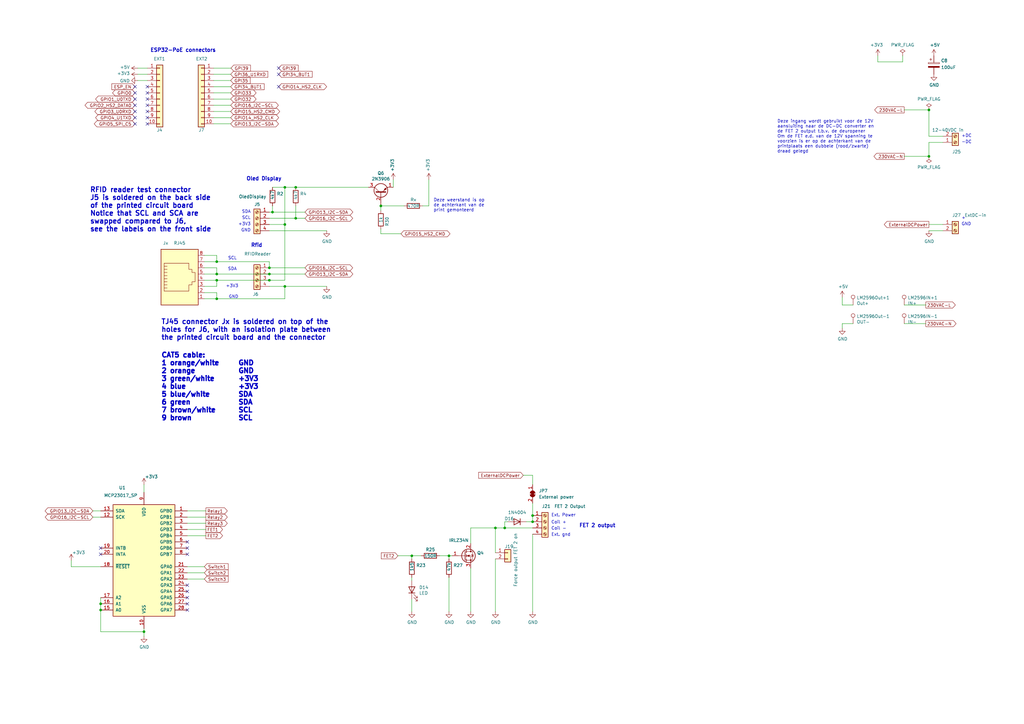
<source format=kicad_sch>
(kicad_sch (version 20230121) (generator eeschema)
  (paper "A3")
  (title_block (title "Node Voordeur") (date "2023-11-04") (rev "V0.9") (company "MakerSpace Leiden") (comment 1 "Getekend door: Hans Beerman"))
  (lib_symbols
    (symbol "Connector:RJ45" (pin_names (offset 1.016))
      (property "Reference" "J" (at -5.08 13.97 0))
      (property "Value" "RJ45" (at 2.54 13.97 0))
      (symbol "RJ45_0_1"
        (polyline (pts (xy -5.08 4.445) (xy -6.35 4.445)))
        (polyline (pts (xy -5.08 5.715) (xy -6.35 5.715)))
        (polyline (pts (xy -6.35 -3.175) (xy -5.08 -3.175) (xy -5.08 -3.175)))
        (polyline (pts (xy -6.35 -1.905) (xy -5.08 -1.905) (xy -5.08 -1.905)))
        (polyline (pts (xy -6.35 -0.635) (xy -5.08 -0.635) (xy -5.08 -0.635)))
        (polyline (pts (xy -6.35 0.635) (xy -5.08 0.635) (xy -5.08 0.635)))
        (polyline (pts (xy -6.35 1.905) (xy -5.08 1.905) (xy -5.08 1.905)))
        (polyline (pts (xy -5.08 3.175) (xy -6.35 3.175) (xy -6.35 3.175)))
        (polyline (pts (xy -6.35 -4.445) (xy -6.35 6.985) (xy 3.81 6.985) (xy 3.81 4.445) (xy 5.08 4.445) (xy 5.08 3.175) (xy 6.35 3.175) (xy 6.35 -0.635) (xy 5.08 -0.635) (xy 5.08 -1.905) (xy 3.81 -1.905) (xy 3.81 -4.445) (xy -6.35 -4.445) (xy -6.35 -4.445)))
        (rectangle (start 7.62 12.7) (end -7.62 -10.16) (stroke (width 0.254)) (fill (type background)))
      )
      (symbol "RJ45_1_1"
        (pin passive line (at 10.16 -7.62 180) (length 2.54) (name "~") (number "1"))
        (pin passive line (at 10.16 -5.08 180) (length 2.54) (name "~") (number "2"))
        (pin passive line (at 10.16 -2.54 180) (length 2.54) (name "~") (number "3"))
        (pin passive line (at 10.16 0 180) (length 2.54) (name "~") (number "4"))
        (pin passive line (at 10.16 2.54 180) (length 2.54) (name "~") (number "5"))
        (pin passive line (at 10.16 5.08 180) (length 2.54) (name "~") (number "6"))
        (pin passive line (at 10.16 7.62 180) (length 2.54) (name "~") (number "7"))
        (pin passive line (at 10.16 10.16 180) (length 2.54) (name "~") (number "8"))
      )
    )
    (symbol "Connector:Screw_Terminal_01x02" (pin_names (offset 1.016) hide)
      (property "Reference" "J" (at 0 2.54 0))
      (property "Value" "Screw_Terminal_01x02" (at 0 -5.08 0))
      (symbol "Screw_Terminal_01x02_1_1"
        (rectangle (start -1.27 1.27) (end 1.27 -3.81) (stroke (width 0.254)) (fill (type background)))
        (circle (center 0 -2.54) (radius 0.635) (stroke (width 0.1524)))
        (polyline (pts (xy -0.5334 -2.2098) (xy 0.3302 -3.048)) (stroke (width 0.1524)))
        (polyline (pts (xy -0.5334 0.3302) (xy 0.3302 -0.508)) (stroke (width 0.1524)))
        (polyline (pts (xy -0.3556 -2.032) (xy 0.508 -2.8702)) (stroke (width 0.1524)))
        (polyline (pts (xy -0.3556 0.508) (xy 0.508 -0.3302)) (stroke (width 0.1524)))
        (circle (center 0 0) (radius 0.635) (stroke (width 0.1524)))
        (pin passive line (at -5.08 0 0) (length 3.81) (name "Pin_1") (number "1"))
        (pin passive line (at -5.08 -2.54 0) (length 3.81) (name "Pin_2") (number "2"))
      )
    )
    (symbol "Connector:Screw_Terminal_01x04" (pin_names (offset 1.016) hide)
      (property "Reference" "J" (at 0 5.08 0))
      (property "Value" "Screw_Terminal_01x04" (at 0 -7.62 0))
      (symbol "Screw_Terminal_01x04_1_1"
        (rectangle (start -1.27 3.81) (end 1.27 -6.35) (stroke (width 0.254)) (fill (type background)))
        (circle (center 0 -5.08) (radius 0.635) (stroke (width 0.1524)))
        (circle (center 0 -2.54) (radius 0.635) (stroke (width 0.1524)))
        (polyline (pts (xy -0.5334 -4.7498) (xy 0.3302 -5.588)) (stroke (width 0.1524)))
        (polyline (pts (xy -0.5334 -2.2098) (xy 0.3302 -3.048)) (stroke (width 0.1524)))
        (polyline (pts (xy -0.5334 0.3302) (xy 0.3302 -0.508)) (stroke (width 0.1524)))
        (polyline (pts (xy -0.5334 2.8702) (xy 0.3302 2.032)) (stroke (width 0.1524)))
        (polyline (pts (xy -0.3556 -4.572) (xy 0.508 -5.4102)) (stroke (width 0.1524)))
        (polyline (pts (xy -0.3556 -2.032) (xy 0.508 -2.8702)) (stroke (width 0.1524)))
        (polyline (pts (xy -0.3556 0.508) (xy 0.508 -0.3302)) (stroke (width 0.1524)))
        (polyline (pts (xy -0.3556 3.048) (xy 0.508 2.2098)) (stroke (width 0.1524)))
        (circle (center 0 0) (radius 0.635) (stroke (width 0.1524)))
        (circle (center 0 2.54) (radius 0.635) (stroke (width 0.1524)))
        (pin passive line (at -5.08 2.54 0) (length 3.81) (name "Pin_1") (number "1"))
        (pin passive line (at -5.08 0 0) (length 3.81) (name "Pin_2") (number "2"))
        (pin passive line (at -5.08 -2.54 0) (length 3.81) (name "Pin_3") (number "3"))
        (pin passive line (at -5.08 -5.08 0) (length 3.81) (name "Pin_4") (number "4"))
      )
    )
    (symbol "Connector:TestPoint" (pin_numbers hide) (pin_names (offset 0.762) hide)
      (property "Reference" "TP" (at 0 6.858 0))
      (property "Value" "TestPoint" (at 0 5.08 0))
      (symbol "TestPoint_0_1"
        (circle (center 0 3.302) (radius 0.762))
      )
      (symbol "TestPoint_1_1"
        (pin passive line (at 0 0 90) (length 2.54) (name "1") (number "1"))
      )
    )
    (symbol "Connector_Generic:Conn_01x02" (pin_names (offset 1.016) hide)
      (property "Reference" "J" (at 0 2.54 0))
      (property "Value" "Conn_01x02" (at 0 -5.08 0))
      (symbol "Conn_01x02_1_1"
        (rectangle (start -1.27 -2.413) (end 0 -2.667) (stroke (width 0.1524)))
        (rectangle (start -1.27 0.127) (end 0 -0.127) (stroke (width 0.1524)))
        (rectangle (start -1.27 1.27) (end 1.27 -3.81) (stroke (width 0.254)) (fill (type background)))
        (pin passive line (at -5.08 0 0) (length 3.81) (name "Pin_1") (number "1"))
        (pin passive line (at -5.08 -2.54 0) (length 3.81) (name "Pin_2") (number "2"))
      )
    )
    (symbol "Connector_Generic:Conn_01x10" (pin_names (offset 1.016) hide)
      (property "Reference" "J" (at 0 12.7 0))
      (property "Value" "Conn_01x10" (at 0 -15.24 0))
      (symbol "Conn_01x10_1_1"
        (rectangle (start -1.27 -12.573) (end 0 -12.827) (stroke (width 0.1524)))
        (rectangle (start -1.27 -10.033) (end 0 -10.287) (stroke (width 0.1524)))
        (rectangle (start -1.27 -7.493) (end 0 -7.747) (stroke (width 0.1524)))
        (rectangle (start -1.27 -4.953) (end 0 -5.207) (stroke (width 0.1524)))
        (rectangle (start -1.27 -2.413) (end 0 -2.667) (stroke (width 0.1524)))
        (rectangle (start -1.27 0.127) (end 0 -0.127) (stroke (width 0.1524)))
        (rectangle (start -1.27 2.667) (end 0 2.413) (stroke (width 0.1524)))
        (rectangle (start -1.27 5.207) (end 0 4.953) (stroke (width 0.1524)))
        (rectangle (start -1.27 7.747) (end 0 7.493) (stroke (width 0.1524)))
        (rectangle (start -1.27 10.287) (end 0 10.033) (stroke (width 0.1524)))
        (rectangle (start -1.27 11.43) (end 1.27 -13.97) (stroke (width 0.254)) (fill (type background)))
        (pin passive line (at -5.08 10.16 0) (length 3.81) (name "Pin_1") (number "1"))
        (pin passive line (at -5.08 -12.7 0) (length 3.81) (name "Pin_10") (number "10"))
        (pin passive line (at -5.08 7.62 0) (length 3.81) (name "Pin_2") (number "2"))
        (pin passive line (at -5.08 5.08 0) (length 3.81) (name "Pin_3") (number "3"))
        (pin passive line (at -5.08 2.54 0) (length 3.81) (name "Pin_4") (number "4"))
        (pin passive line (at -5.08 0 0) (length 3.81) (name "Pin_5") (number "5"))
        (pin passive line (at -5.08 -2.54 0) (length 3.81) (name "Pin_6") (number "6"))
        (pin passive line (at -5.08 -5.08 0) (length 3.81) (name "Pin_7") (number "7"))
        (pin passive line (at -5.08 -7.62 0) (length 3.81) (name "Pin_8") (number "8"))
        (pin passive line (at -5.08 -10.16 0) (length 3.81) (name "Pin_9") (number "9"))
      )
    )
    (symbol "Device:C_Polarized" (pin_numbers hide) (pin_names (offset 0.254))
      (property "Reference" "C" (at 0.635 2.54 0))
      (property "Value" "C_Polarized" (at 0.635 -2.54 0))
      (symbol "C_Polarized_0_1"
        (rectangle (start -2.286 0.508) (end 2.286 1.016))
        (polyline (pts (xy -1.778 2.286) (xy -0.762 2.286)))
        (polyline (pts (xy -1.27 2.794) (xy -1.27 1.778)))
        (rectangle (start 2.286 -0.508) (end -2.286 -1.016) (fill (type outline)))
      )
      (symbol "C_Polarized_1_1"
        (pin passive line (at 0 3.81 270) (length 2.794) (name "~") (number "1"))
        (pin passive line (at 0 -3.81 90) (length 2.794) (name "~") (number "2"))
      )
    )
    (symbol "Device:LED" (pin_numbers hide) (pin_names (offset 1.016) hide)
      (property "Reference" "D" (at 0 2.54 0))
      (property "Value" "LED" (at 0 -2.54 0))
      (symbol "LED_0_1"
        (polyline (pts (xy -1.27 -1.27) (xy -1.27 1.27)) (stroke (width 0.254)))
        (polyline (pts (xy -1.27 0) (xy 1.27 0)))
        (polyline (pts (xy 1.27 -1.27) (xy 1.27 1.27) (xy -1.27 0) (xy 1.27 -1.27)) (stroke (width 0.254)))
        (polyline (pts (xy -3.048 -0.762) (xy -4.572 -2.286) (xy -3.81 -2.286) (xy -4.572 -2.286) (xy -4.572 -1.524)))
        (polyline (pts (xy -1.778 -0.762) (xy -3.302 -2.286) (xy -2.54 -2.286) (xy -3.302 -2.286) (xy -3.302 -1.524)))
      )
      (symbol "LED_1_1"
        (pin passive line (at -3.81 0 0) (length 2.54) (name "K") (number "1"))
        (pin passive line (at 3.81 0 180) (length 2.54) (name "A") (number "2"))
      )
    )
    (symbol "Device:R" (pin_numbers hide) (pin_names (offset 0))
      (property "Reference" "R" (at 2.032 0 90))
      (property "Value" "R" (at 0 0 90))
      (symbol "R_0_1"
        (rectangle (start -1.016 -2.54) (end 1.016 2.54) (stroke (width 0.254)))
      )
      (symbol "R_1_1"
        (pin passive line (at 0 3.81 270) (length 1.27) (name "~") (number "1"))
        (pin passive line (at 0 -3.81 90) (length 1.27) (name "~") (number "2"))
      )
    )
    (symbol "Diode:1N4004" (pin_numbers hide) (pin_names (offset 1.016) hide)
      (property "Reference" "D" (at 0 2.54 0))
      (property "Value" "1N4004" (at 0 -2.54 0))
      (symbol "1N4004_0_1"
        (polyline (pts (xy -1.27 1.27) (xy -1.27 -1.27)) (stroke (width 0.254)))
        (polyline (pts (xy 1.27 0) (xy -1.27 0)))
        (polyline (pts (xy 1.27 1.27) (xy 1.27 -1.27) (xy -1.27 0) (xy 1.27 1.27)) (stroke (width 0.254)))
      )
      (symbol "1N4004_1_1"
        (pin passive line (at -3.81 0 0) (length 2.54) (name "K") (number "1"))
        (pin passive line (at 3.81 0 180) (length 2.54) (name "A") (number "2"))
      )
    )
    (symbol "Interface_Expansion:MCP23017_SP" (pin_names (offset 1.016))
      (property "Reference" "U" (at -11.43 24.13 0))
      (property "Value" "MCP23017_SP" (at 0 0 0))
      (symbol "MCP23017_SP_0_1"
        (rectangle (start -12.7 22.86) (end 12.7 -22.86) (stroke (width 0.254)) (fill (type background)))
      )
      (symbol "MCP23017_SP_1_1"
        (pin bidirectional line (at 17.78 20.32 180) (length 5.08) (name "GPB0") (number "1"))
        (pin power_in line (at 0 -27.94 90) (length 5.08) (name "VSS") (number "10"))
        (pin no_connect line (at -12.7 15.24 0) (length 5.08) hide (name "NC") (number "11"))
        (pin input line (at -17.78 17.78 0) (length 5.08) (name "SCK") (number "12"))
        (pin bidirectional line (at -17.78 20.32 0) (length 5.08) (name "SDA") (number "13"))
        (pin no_connect line (at -12.7 12.7 0) (length 5.08) hide (name "NC") (number "14"))
        (pin input line (at -17.78 -20.32 0) (length 5.08) (name "A0") (number "15"))
        (pin input line (at -17.78 -17.78 0) (length 5.08) (name "A1") (number "16"))
        (pin input line (at -17.78 -15.24 0) (length 5.08) (name "A2") (number "17"))
        (pin input line (at -17.78 -2.54 0) (length 5.08) (name "~{RESET}") (number "18"))
        (pin tri_state line (at -17.78 5.08 0) (length 5.08) (name "INTB") (number "19"))
        (pin bidirectional line (at 17.78 17.78 180) (length 5.08) (name "GPB1") (number "2"))
        (pin tri_state line (at -17.78 2.54 0) (length 5.08) (name "INTA") (number "20"))
        (pin bidirectional line (at 17.78 -2.54 180) (length 5.08) (name "GPA0") (number "21"))
        (pin bidirectional line (at 17.78 -5.08 180) (length 5.08) (name "GPA1") (number "22"))
        (pin bidirectional line (at 17.78 -7.62 180) (length 5.08) (name "GPA2") (number "23"))
        (pin bidirectional line (at 17.78 -10.16 180) (length 5.08) (name "GPA3") (number "24"))
        (pin bidirectional line (at 17.78 -12.7 180) (length 5.08) (name "GPA4") (number "25"))
        (pin bidirectional line (at 17.78 -15.24 180) (length 5.08) (name "GPA5") (number "26"))
        (pin bidirectional line (at 17.78 -17.78 180) (length 5.08) (name "GPA6") (number "27"))
        (pin bidirectional line (at 17.78 -20.32 180) (length 5.08) (name "GPA7") (number "28"))
        (pin bidirectional line (at 17.78 15.24 180) (length 5.08) (name "GPB2") (number "3"))
        (pin bidirectional line (at 17.78 12.7 180) (length 5.08) (name "GPB3") (number "4"))
        (pin bidirectional line (at 17.78 10.16 180) (length 5.08) (name "GPB4") (number "5"))
        (pin bidirectional line (at 17.78 7.62 180) (length 5.08) (name "GPB5") (number "6"))
        (pin bidirectional line (at 17.78 5.08 180) (length 5.08) (name "GPB6") (number "7"))
        (pin bidirectional line (at 17.78 2.54 180) (length 5.08) (name "GPB7") (number "8"))
        (pin power_in line (at 0 27.94 270) (length 5.08) (name "VDD") (number "9"))
      )
    )
    (symbol "Jumper:SolderJumper_2_Bridged" (pin_names (offset 0) hide)
      (property "Reference" "JP" (at 0 2.032 0))
      (property "Value" "SolderJumper_2_Bridged" (at 0 -2.54 0))
      (symbol "SolderJumper_2_Bridged_0_1"
        (rectangle (start -0.508 0.508) (end 0.508 -0.508) (fill (type outline)))
        (arc (start -0.254 1.016) (mid -1.2656 0) (end -0.254 -1.016))
        (arc (start -0.254 1.016) (mid -1.2656 0) (end -0.254 -1.016) (fill (type outline)))
        (polyline (pts (xy -0.254 1.016) (xy -0.254 -1.016)))
        (polyline (pts (xy 0.254 1.016) (xy 0.254 -1.016)))
        (arc (start 0.254 -1.016) (mid 1.2656 0) (end 0.254 1.016))
        (arc (start 0.254 -1.016) (mid 1.2656 0) (end 0.254 1.016) (fill (type outline)))
      )
      (symbol "SolderJumper_2_Bridged_1_1"
        (pin passive line (at -3.81 0 0) (length 2.54) (name "A") (number "1"))
        (pin passive line (at 3.81 0 180) (length 2.54) (name "B") (number "2"))
      )
    )
    (symbol "Transistor_BJT:2N3906" (pin_names (offset 0) hide)
      (property "Reference" "Q" (at 5.08 1.905 0))
      (property "Value" "2N3906" (at 5.08 0 0))
      (symbol "2N3906_0_1"
        (polyline (pts (xy 0.635 0.635) (xy 2.54 2.54)))
        (polyline (pts (xy 0.635 -0.635) (xy 2.54 -2.54) (xy 2.54 -2.54)))
        (polyline (pts (xy 0.635 1.905) (xy 0.635 -1.905) (xy 0.635 -1.905)) (stroke (width 0.508)))
        (polyline (pts (xy 2.286 -1.778) (xy 1.778 -2.286) (xy 1.27 -1.27) (xy 2.286 -1.778) (xy 2.286 -1.778)) (fill (type outline)))
        (circle (center 1.27 0) (radius 2.8194) (stroke (width 0.254)))
      )
      (symbol "2N3906_1_1"
        (pin passive line (at 2.54 -5.08 90) (length 2.54) (name "E") (number "1"))
        (pin input line (at -5.08 0 0) (length 5.715) (name "B") (number "2"))
        (pin passive line (at 2.54 5.08 270) (length 2.54) (name "C") (number "3"))
      )
    )
    (symbol "Transistor_FET:IRLZ34N" (pin_names hide)
      (property "Reference" "Q" (at 6.35 1.905 0))
      (property "Value" "IRLZ34N" (at 6.35 0 0))
      (symbol "IRLZ34N_0_1"
        (polyline (pts (xy 0.254 0) (xy -2.54 0)))
        (polyline (pts (xy 0.254 1.905) (xy 0.254 -1.905)) (stroke (width 0.254)))
        (polyline (pts (xy 0.762 -1.27) (xy 0.762 -2.286)) (stroke (width 0.254)))
        (polyline (pts (xy 0.762 0.508) (xy 0.762 -0.508)) (stroke (width 0.254)))
        (polyline (pts (xy 0.762 2.286) (xy 0.762 1.27)) (stroke (width 0.254)))
        (polyline (pts (xy 2.54 2.54) (xy 2.54 1.778)))
        (polyline (pts (xy 2.54 -2.54) (xy 2.54 0) (xy 0.762 0)))
        (polyline (pts (xy 0.762 -1.778) (xy 3.302 -1.778) (xy 3.302 1.778) (xy 0.762 1.778)))
        (polyline (pts (xy 1.016 0) (xy 2.032 0.381) (xy 2.032 -0.381) (xy 1.016 0)) (fill (type outline)))
        (polyline (pts (xy 2.794 0.508) (xy 2.921 0.381) (xy 3.683 0.381) (xy 3.81 0.254)))
        (polyline (pts (xy 3.302 0.381) (xy 2.921 -0.254) (xy 3.683 -0.254) (xy 3.302 0.381)))
        (circle (center 1.651 0) (radius 2.794) (stroke (width 0.254)))
        (circle (center 2.54 -1.778) (radius 0.254) (fill (type outline)))
        (circle (center 2.54 1.778) (radius 0.254) (fill (type outline)))
      )
      (symbol "IRLZ34N_1_1"
        (pin input line (at -5.08 0 0) (length 2.54) (name "G") (number "1"))
        (pin passive line (at 2.54 5.08 270) (length 2.54) (name "D") (number "2"))
        (pin passive line (at 2.54 -5.08 90) (length 2.54) (name "S") (number "3"))
      )
    )
    (symbol "power:+3.3V" (power) (pin_names (offset 0))
      (property "Value" "+3.3V" (at 0 3.556 0))
      (symbol "+3.3V_0_1"
        (polyline (pts (xy -0.762 1.27) (xy 0 2.54)))
        (polyline (pts (xy 0 0) (xy 0 2.54)))
        (polyline (pts (xy 0 2.54) (xy 0.762 1.27)))
      )
      (symbol "+3.3V_1_1"
        (pin power_in line (at 0 0 90) (length 0) hide (name "+3V3") (number "1"))
      )
    )
    (symbol "power:+5V" (power) (pin_names (offset 0))
      (property "Value" "+5V" (at 0 3.556 0))
      (symbol "+5V_0_1"
        (polyline (pts (xy -0.762 1.27) (xy 0 2.54)))
        (polyline (pts (xy 0 0) (xy 0 2.54)))
        (polyline (pts (xy 0 2.54) (xy 0.762 1.27)))
      )
      (symbol "+5V_1_1"
        (pin power_in line (at 0 0 90) (length 0) hide (name "+5V") (number "1"))
      )
    )
    (symbol "power:GND" (power) (pin_names (offset 0))
      (property "Value" "GND" (at 0 -3.81 0))
      (symbol "GND_0_1"
        (polyline (pts (xy 0 0) (xy 0 -1.27) (xy 1.27 -1.27) (xy 0 -2.54) (xy -1.27 -1.27) (xy 0 -1.27)))
      )
      (symbol "GND_1_1"
        (pin power_in line (at 0 0 270) (length 0) hide (name "GND") (number "1"))
      )
    )
    (symbol "power:PWR_FLAG" (power) (pin_numbers hide) (pin_names (offset 0) hide)
      (property "Value" "PWR_FLAG" (at 0 3.81 0))
      (symbol "PWR_FLAG_0_0"
        (pin power_out line (at 0 0 90) (length 0) (name "pwr") (number "1"))
      )
      (symbol "PWR_FLAG_0_1"
        (polyline (pts (xy 0 0) (xy 0 1.27) (xy -1.016 1.905) (xy 0 2.54) (xy 1.016 1.905) (xy 0 1.27)))
      )
    )
  )
  (junction (at 156.21 84.455))
  (junction (at 207.01 216.535))
  (junction (at 203.2 216.535))
  (junction (at 111.76 86.995))
  (junction (at 41.275 247.65))
  (junction (at 218.44 211.455))
  (junction (at 184.15 227.965))
  (junction (at 88.9 112.395))
  (junction (at 116.84 117.475))
  (junction (at 218.44 213.995))
  (junction (at 110.49 109.855))
  (junction (at 116.84 92.075))
  (junction (at 41.275 250.19))
  (junction (at 88.9 114.935))
  (junction (at 116.84 76.835))
  (junction (at 59.055 259.08))
  (junction (at 110.49 112.395))
  (junction (at 381 64.135))
  (junction (at 121.285 89.535))
  (junction (at 168.91 227.965))
  (junction (at 381 45.085))
  (junction (at 121.285 76.835))
  (junction (at 88.9 122.555))
  (junction (at 88.9 107.315))
  (junction (at 110.49 114.935))
  (no_connect (at 55.372 50.8))
  (no_connect (at 55.372 48.26))
  (no_connect (at 60.452 48.26))
  (no_connect (at 60.452 50.8))
  (no_connect (at 41.275 224.79))
  (no_connect (at 76.835 247.65))
  (no_connect (at 55.372 40.64))
  (no_connect (at 55.372 35.56))
  (no_connect (at 60.452 35.56))
  (no_connect (at 55.372 43.18))
  (no_connect (at 60.452 43.18))
  (no_connect (at 76.835 227.33))
  (no_connect (at 76.835 224.79))
  (no_connect (at 60.452 38.1))
  (no_connect (at 76.835 222.25))
  (no_connect (at 41.275 227.33))
  (no_connect (at 114.3 27.94))
  (no_connect (at 76.835 242.57))
  (no_connect (at 55.372 38.1))
  (no_connect (at 76.835 240.03))
  (no_connect (at 60.452 45.72))
  (no_connect (at 55.372 45.72))
  (no_connect (at 114.3 35.56))
  (no_connect (at 60.452 40.64))
  (no_connect (at 76.835 245.11))
  (no_connect (at 76.835 250.19))
  (no_connect (at 114.3 30.48))
  (wire (pts (xy 87.63 27.94) (xy 94.742 27.94)))
  (wire (pts (xy 203.2 229.235) (xy 203.2 250.825)))
  (wire (pts (xy 360.045 25.4) (xy 370.205 25.4)))
  (wire (pts (xy 168.91 238.125) (xy 168.91 236.855)))
  (wire (pts (xy 83.82 104.775) (xy 88.9 104.775)))
  (wire (pts (xy 88.9 122.555) (xy 116.84 122.555)))
  (wire (pts (xy 203.2 226.695) (xy 203.2 216.535)))
  (wire (pts (xy 184.15 229.235) (xy 184.15 227.965)))
  (wire (pts (xy 76.835 212.09) (xy 84.455 212.09)))
  (wire (pts (xy 156.21 95.885) (xy 164.465 95.885)))
  (wire (pts (xy 193.04 216.535) (xy 203.2 216.535)))
  (wire (pts (xy 168.91 227.965) (xy 172.72 227.965)))
  (wire (pts (xy 87.63 35.56) (xy 94.615 35.56)))
  (wire (pts (xy 76.835 209.55) (xy 84.455 209.55)))
  (wire (pts (xy 56.515 30.48) (xy 60.452 30.48)))
  (wire (pts (xy 38.1 209.55) (xy 41.275 209.55)))
  (wire (pts (xy 87.63 48.26) (xy 94.615 48.26)))
  (wire (pts (xy 175.895 84.455) (xy 173.355 84.455)))
  (wire (pts (xy 110.49 86.995) (xy 111.76 86.995)))
  (wire (pts (xy 214.63 194.945) (xy 218.44 194.945)))
  (wire (pts (xy 87.63 43.18) (xy 94.615 43.18)))
  (wire (pts (xy 111.76 84.455) (xy 111.76 86.995)))
  (wire (pts (xy 110.49 94.615) (xy 133.985 94.615)))
  (wire (pts (xy 215.9 213.995) (xy 218.44 213.995)))
  (wire (pts (xy 345.44 121.92) (xy 345.44 125.095)))
  (wire (pts (xy 88.9 109.855) (xy 88.9 112.395)))
  (wire (pts (xy 83.82 114.935) (xy 88.9 114.935)))
  (wire (pts (xy 184.15 236.855) (xy 184.15 250.825)))
  (wire (pts (xy 180.34 227.965) (xy 184.15 227.965)))
  (wire (pts (xy 121.285 89.535) (xy 125.095 89.535)))
  (wire (pts (xy 111.76 86.995) (xy 125.095 86.995)))
  (wire (pts (xy 110.49 89.535) (xy 121.285 89.535)))
  (wire (pts (xy 386.715 55.88) (xy 381 55.88)))
  (wire (pts (xy 370.205 25.4) (xy 370.205 22.86)))
  (wire (pts (xy 207.01 216.535) (xy 218.44 216.535)))
  (wire (pts (xy 116.84 117.475) (xy 133.985 117.475)))
  (wire (pts (xy 386.715 58.42) (xy 381 58.42)))
  (wire (pts (xy 203.2 216.535) (xy 207.01 216.535)))
  (wire (pts (xy 83.82 120.015) (xy 88.9 120.015)))
  (wire (pts (xy 116.84 76.835) (xy 121.285 76.835)))
  (wire (pts (xy 87.63 33.02) (xy 94.615 33.02)))
  (wire (pts (xy 207.01 213.995) (xy 208.28 213.995)))
  (wire (pts (xy 110.49 109.855) (xy 125.095 109.855)))
  (wire (pts (xy 193.04 216.535) (xy 193.04 222.885)))
  (wire (pts (xy 56.515 27.94) (xy 60.452 27.94)))
  (wire (pts (xy 207.01 213.995) (xy 207.01 216.535)))
  (wire (pts (xy 59.055 201.93) (xy 59.055 198.755)))
  (wire (pts (xy 76.835 214.63) (xy 84.455 214.63)))
  (wire (pts (xy 56.515 33.02) (xy 60.452 33.02)))
  (wire (pts (xy 370.84 64.135) (xy 381 64.135)))
  (wire (pts (xy 111.76 76.835) (xy 116.84 76.835)))
  (wire (pts (xy 379.73 132.715) (xy 370.84 132.715)))
  (wire (pts (xy 83.82 112.395) (xy 88.9 112.395)))
  (wire (pts (xy 29.21 229.87) (xy 29.21 232.41)))
  (wire (pts (xy 83.82 107.315) (xy 88.9 107.315)))
  (wire (pts (xy 110.49 107.315) (xy 110.49 109.855)))
  (wire (pts (xy 59.055 260.985) (xy 59.055 259.08)))
  (wire (pts (xy 121.285 84.455) (xy 121.285 89.535)))
  (wire (pts (xy 110.49 114.935) (xy 116.84 114.935)))
  (wire (pts (xy 156.21 86.36) (xy 156.21 84.455)))
  (wire (pts (xy 381 92.075) (xy 386.715 92.075)))
  (wire (pts (xy 381 94.615) (xy 386.715 94.615)))
  (wire (pts (xy 116.84 92.075) (xy 116.84 114.935)))
  (wire (pts (xy 38.1 212.09) (xy 41.275 212.09)))
  (wire (pts (xy 87.63 50.8) (xy 94.615 50.8)))
  (wire (pts (xy 87.63 40.64) (xy 94.615 40.64)))
  (wire (pts (xy 116.84 92.075) (xy 110.49 92.075)))
  (wire (pts (xy 218.44 219.075) (xy 218.44 250.825)))
  (wire (pts (xy 360.045 22.86) (xy 360.045 25.4)))
  (wire (pts (xy 87.63 30.48) (xy 94.615 30.48)))
  (wire (pts (xy 345.44 125.095) (xy 349.885 125.095)))
  (wire (pts (xy 175.895 73.66) (xy 175.895 84.455)))
  (wire (pts (xy 59.055 259.08) (xy 59.055 257.81)))
  (wire (pts (xy 83.82 117.475) (xy 88.9 117.475)))
  (wire (pts (xy 76.835 237.49) (xy 83.82 237.49)))
  (wire (pts (xy 88.9 120.015) (xy 88.9 122.555)))
  (wire (pts (xy 41.275 259.08) (xy 59.055 259.08)))
  (wire (pts (xy 370.84 45.085) (xy 381 45.085)))
  (wire (pts (xy 218.44 206.375) (xy 218.44 211.455)))
  (wire (pts (xy 168.91 245.745) (xy 168.91 250.825)))
  (wire (pts (xy 168.91 229.235) (xy 168.91 227.965)))
  (wire (pts (xy 193.04 233.045) (xy 193.04 250.825)))
  (wire (pts (xy 76.835 217.17) (xy 84.455 217.17)))
  (wire (pts (xy 41.275 250.19) (xy 41.275 259.08)))
  (wire (pts (xy 116.84 122.555) (xy 116.84 117.475)))
  (wire (pts (xy 87.63 38.1) (xy 94.615 38.1)))
  (wire (pts (xy 29.21 232.41) (xy 41.275 232.41)))
  (wire (pts (xy 381 45.085) (xy 381 55.88)))
  (wire (pts (xy 110.49 112.395) (xy 125.095 112.395)))
  (wire (pts (xy 88.9 114.935) (xy 110.49 114.935)))
  (wire (pts (xy 218.44 194.945) (xy 218.44 198.755)))
  (wire (pts (xy 88.9 107.315) (xy 110.49 107.315)))
  (wire (pts (xy 370.84 125.095) (xy 379.73 125.095)))
  (wire (pts (xy 88.9 112.395) (xy 110.49 112.395)))
  (wire (pts (xy 87.63 45.72) (xy 94.615 45.72)))
  (wire (pts (xy 345.44 132.715) (xy 349.885 132.715)))
  (wire (pts (xy 156.21 93.98) (xy 156.21 95.885)))
  (wire (pts (xy 110.49 117.475) (xy 116.84 117.475)))
  (wire (pts (xy 83.82 122.555) (xy 88.9 122.555)))
  (wire (pts (xy 156.21 84.455) (xy 165.735 84.455)))
  (wire (pts (xy 218.44 211.455) (xy 218.44 213.995)))
  (wire (pts (xy 184.15 227.965) (xy 185.42 227.965)))
  (wire (pts (xy 83.82 109.855) (xy 88.9 109.855)))
  (wire (pts (xy 163.195 227.965) (xy 168.91 227.965)))
  (wire (pts (xy 41.275 247.65) (xy 41.275 250.19)))
  (wire (pts (xy 161.29 73.66) (xy 161.29 76.835)))
  (wire (pts (xy 88.9 104.775) (xy 88.9 107.315)))
  (wire (pts (xy 76.835 219.71) (xy 84.455 219.71)))
  (wire (pts (xy 88.9 117.475) (xy 88.9 114.935)))
  (wire (pts (xy 76.835 232.41) (xy 83.82 232.41)))
  (wire (pts (xy 121.285 76.835) (xy 151.13 76.835)))
  (wire (pts (xy 41.275 245.11) (xy 41.275 247.65)))
  (wire (pts (xy 381 58.42) (xy 381 64.135)))
  (wire (pts (xy 345.44 134.62) (xy 345.44 132.715)))
  (wire (pts (xy 116.84 76.835) (xy 116.84 92.075)))
  (wire (pts (xy 83.82 234.95) (xy 76.835 234.95)))
  (text "SDA" (at 97.155 111.125 0) (effects (font (size 1.2446 1.2446)) (justify right bottom)))
  (text "GND" (at 394.335 92.71 0) (effects (font (size 1.2446 1.2446)) (justify left bottom)))
  (text "+3V3" (at 102.87 92.71 0) (effects (font (size 1.2446 1.2446)) (justify right bottom)))
  (text "Ext. gnd" (at 226.06 220.091 0) (effects (font (size 1.2446 1.2446)) (justify left bottom)))
  (text "Rfid" (at 102.87 101.6 0) (effects (font (size 1.4986 1.4986) (thickness 0.2997) bold) (justify left bottom)))
  (text "SCL" (at 97.155 106.68 0) (effects (font (size 1.2446 1.2446)) (justify right bottom)))
  (text "TJ45 connector Jx is soldered on top of the \nholes for J6, with an isolation plate between\nthe printed circuit board and the connector" (at 66.04 139.7 0) (effects (font (size 2 2) (thickness 0.4) bold) (justify left bottom)))
  (text "SDA" (at 102.87 87.63 0) (effects (font (size 1.2446 1.2446)) (justify right bottom)))
  (text "ESP32-PoE connectors" (at 61.595 21.59 0) (effects (font (size 1.4986 1.4986) (thickness 0.2997) bold) (justify left bottom)))
  (text "GND" (at 102.87 95.25 0) (effects (font (size 1.2446 1.2446)) (justify right bottom)))
  (text "+DC" (at 394.335 56.515 0) (effects (font (size 1.2446 1.2446)) (justify left bottom)))
  (text "SCL" (at 102.87 90.17 0) (effects (font (size 1.2446 1.2446)) (justify right bottom)))
  (text "Ext. Power" (at 226.06 212.09 0) (effects (font (size 1.2446 1.2446)) (justify left bottom)))
  (text "CAT5 cable:\n1 orange/white	GND\n2 orange		GND\n3 green/white	+3V3\n4 blue			+3V3\n5 blue/white	SDA\n6 green			SDA\n7 brown/white	SCL\n9 brown			SCL" (at 66.04 172.72 0) (effects (font (size 2 2) (thickness 0.7) bold) (justify left bottom)))
  (text "Coil -" (at 226.06 217.551 0) (effects (font (size 1.2446 1.2446)) (justify left bottom)))
  (text "+" (at 394.335 90.17 0) (effects (font (size 1.2446 1.2446)) (justify left bottom)))
  (text "GND" (at 97.79 122.555 0) (effects (font (size 1.2446 1.2446)) (justify right bottom)))
  (text "+3V3" (at 97.79 118.11 0) (effects (font (size 1.2446 1.2446)) (justify right bottom)))
  (text "Coil +" (at 226.06 215.011 0) (effects (font (size 1.2446 1.2446)) (justify left bottom)))
  (text "Deze weerstand is op\nde achterkant van de\nprint gemonteerd" (at 177.8 86.995 0) (effects (font (size 1.27 1.27)) (justify left bottom)))
  (text "Oled Display" (at 100.965 74.295 0) (effects (font (size 1.4986 1.4986) (thickness 0.2997) bold) (justify left bottom)))
  (text "RFID reader test connector\nJ5 is soldered on the back side\nof the printed circuit board\nNotice that SCL and SCA are \nswapped compared to J6,\nsee the labels on the front side" (at 36.83 95.25 0) (effects (font (size 2 2) (thickness 0.4) bold) (justify left bottom)))
  (text "-DC" (at 394.335 59.055 0) (effects (font (size 1.2446 1.2446)) (justify left bottom)))
  (text "Deze ingang wordt gebruikt voor de 12V\naansluiting naar de DC-DC converter en\nde FET 2 output t.b.v. de deuropener\nOm de FET e.d. van de 12V spanning te\nvoorzien is er op de achterkant van de\nprintplaats een dubbele (rood/zwarte)\ndraad gelegd" (at 318.77 62.865 0) (effects (font (size 1.27 1.27)) (justify left bottom)))
  (text "FET 2 output" (at 237.49 216.535 0) (effects (font (size 1.4986 1.4986) (thickness 0.2997) bold) (justify left bottom)))
  (global_label "GPIO4_U1TXD" (shape bidirectional) (at 55.372 48.26 180) (property "Intersheetrefs" "${INTERSHEET_REFS}" (effects hide)))
  (global_label "Switch1" (shape input) (at 83.82 232.41 0) (property "Intersheetrefs" "${INTERSHEET_REFS}" (effects hide)))
  (global_label "230VAC-L" (shape output) (at 370.84 45.085 180) (property "Intersheetrefs" "${INTERSHEET_REFS}" (effects hide)))
  (global_label "Switch3" (shape input) (at 83.82 237.49 0) (property "Intersheetrefs" "${INTERSHEET_REFS}" (effects hide)))
  (global_label "GPIO3_U0RXD" (shape bidirectional) (at 55.372 45.72 180) (property "Intersheetrefs" "${INTERSHEET_REFS}" (effects hide)))
  (global_label "GPIO14_HS2_CLK" (shape bidirectional) (at 114.3 35.56 0) (property "Intersheetrefs" "${INTERSHEET_REFS}" (effects hide)))
  (global_label "ExternalDCPower" (shape output) (at 381 92.075 180) (property "Intersheetrefs" "${INTERSHEET_REFS}" (effects hide)))
  (global_label "ESP_EN" (shape input) (at 55.372 35.56 180) (property "Intersheetrefs" "${INTERSHEET_REFS}" (effects hide)))
  (global_label "GPI35" (shape input) (at 94.615 33.02 0) (property "Intersheetrefs" "${INTERSHEET_REFS}" (effects hide)))
  (global_label "GPIO0" (shape bidirectional) (at 55.372 38.1 180) (property "Intersheetrefs" "${INTERSHEET_REFS}" (effects hide)))
  (global_label "GPIO5_SPI_C5" (shape bidirectional) (at 55.372 50.8 180) (property "Intersheetrefs" "${INTERSHEET_REFS}" (effects hide)))
  (global_label "230VAC-L" (shape output) (at 379.73 125.095 0) (property "Intersheetrefs" "${INTERSHEET_REFS}" (effects hide)))
  (global_label "GPI34_BUT1" (shape input) (at 94.615 35.56 0) (property "Intersheetrefs" "${INTERSHEET_REFS}" (effects hide)))
  (global_label "230VAC-N" (shape output) (at 379.73 132.715 0) (property "Intersheetrefs" "${INTERSHEET_REFS}" (effects hide)))
  (global_label "GPIO15_HS2_CMD" (shape bidirectional) (at 164.465 95.885 0) (property "Intersheetrefs" "${INTERSHEET_REFS}" (effects hide)))
  (global_label "Relay1" (shape output) (at 84.455 209.55 0) (property "Intersheetrefs" "${INTERSHEET_REFS}" (effects hide)))
  (global_label "GPIO13_I2C-SDA" (shape bidirectional) (at 125.095 112.395 0) (property "Intersheetrefs" "${INTERSHEET_REFS}" (effects hide)))
  (global_label "GPIO13_I2C-SDA" (shape bidirectional) (at 125.095 86.995 0) (property "Intersheetrefs" "${INTERSHEET_REFS}" (effects hide)))
  (global_label "GPI39" (shape input) (at 94.742 27.94 0) (property "Intersheetrefs" "${INTERSHEET_REFS}" (effects hide)))
  (global_label "GPIO15_HS2_CMD" (shape bidirectional) (at 94.615 45.72 0) (property "Intersheetrefs" "${INTERSHEET_REFS}" (effects hide)))
  (global_label "GPIO16_I2C-SCL" (shape bidirectional) (at 125.095 89.535 0) (property "Intersheetrefs" "${INTERSHEET_REFS}" (effects hide)))
  (global_label "GPI34_BUT1" (shape input) (at 114.3 30.48 0) (property "Intersheetrefs" "${INTERSHEET_REFS}" (effects hide)))
  (global_label "GPIO13_I2C-SDA" (shape bidirectional) (at 94.615 50.8 0) (property "Intersheetrefs" "${INTERSHEET_REFS}" (effects hide)))
  (global_label "GPIO14_HS2_CLK" (shape bidirectional) (at 94.615 48.26 0) (property "Intersheetrefs" "${INTERSHEET_REFS}" (effects hide)))
  (global_label "GPIO16_I2C-SCL" (shape bidirectional) (at 94.615 43.18 0) (property "Intersheetrefs" "${INTERSHEET_REFS}" (effects hide)))
  (global_label "Switch2" (shape input) (at 83.82 234.95 0) (property "Intersheetrefs" "${INTERSHEET_REFS}" (effects hide)))
  (global_label "GPIO13_I2C-SDA" (shape bidirectional) (at 38.1 209.55 180) (property "Intersheetrefs" "${INTERSHEET_REFS}" (effects hide)))
  (global_label "GPIO1_U0TXD" (shape bidirectional) (at 55.372 40.64 180) (property "Intersheetrefs" "${INTERSHEET_REFS}" (effects hide)))
  (global_label "GPIO33" (shape bidirectional) (at 94.615 38.1 0) (property "Intersheetrefs" "${INTERSHEET_REFS}" (effects hide)))
  (global_label "GPIO16_I2C-SCL" (shape bidirectional) (at 38.1 212.09 180) (property "Intersheetrefs" "${INTERSHEET_REFS}" (effects hide)))
  (global_label "Relay2" (shape output) (at 84.455 212.09 0) (property "Intersheetrefs" "${INTERSHEET_REFS}" (effects hide)))
  (global_label "GPI39" (shape input) (at 114.3 27.94 0) (property "Intersheetrefs" "${INTERSHEET_REFS}" (effects hide)))
  (global_label "FET2" (shape output) (at 84.455 219.71 0) (property "Intersheetrefs" "${INTERSHEET_REFS}" (effects hide)))
  (global_label "GPI36_U1RXD" (shape input) (at 94.615 30.48 0) (property "Intersheetrefs" "${INTERSHEET_REFS}" (effects hide)))
  (global_label "FET2" (shape input) (at 163.195 227.965 180) (property "Intersheetrefs" "${INTERSHEET_REFS}" (effects hide)))
  (global_label "GPIO2_HS2_DATA0" (shape bidirectional) (at 55.372 43.18 180) (property "Intersheetrefs" "${INTERSHEET_REFS}" (effects hide)))
  (global_label "ExternalDCPower" (shape input) (at 214.63 194.945 180) (property "Intersheetrefs" "${INTERSHEET_REFS}" (effects hide)))
  (global_label "FET1" (shape output) (at 84.455 217.17 0) (property "Intersheetrefs" "${INTERSHEET_REFS}" (effects hide)))
  (global_label "GPIO16_I2C-SCL" (shape bidirectional) (at 125.095 109.855 0) (property "Intersheetrefs" "${INTERSHEET_REFS}" (effects hide)))
  (global_label "GPIO32" (shape bidirectional) (at 94.615 40.64 0) (property "Intersheetrefs" "${INTERSHEET_REFS}" (effects hide)))
  (global_label "Relay3" (shape output) (at 84.455 214.63 0) (property "Intersheetrefs" "${INTERSHEET_REFS}" (effects hide)))
  (global_label "230VAC-N" (shape output) (at 370.84 64.135 180) (property "Intersheetrefs" "${INTERSHEET_REFS}" (effects hide)))
  (symbol (lib_id "Connector_Generic:Conn_01x10") (at 65.532 38.1 0) (unit 1)
    (property "Reference" "J4" (at 64.262 53.34 0) (effects (justify left)))
    (property "Value" "EXT1" (at 62.992 24.13 0) (effects (justify left)))
    (property "Footprint" "Connector_PinSocket_2.54mm:PinSocket_1x10_P2.54mm_Vertical" (effects hide))
  )
  (symbol (lib_id "Connector_Generic:Conn_01x10") (at 82.55 38.1 0) (mirror y) (unit 1)
    (property "Reference" "J7" (at 83.82 53.34 0) (effects (justify left)))
    (property "Value" "EXT2" (at 85.09 24.13 0) (effects (justify left)))
    (property "Footprint" "Connector_PinSocket_2.54mm:PinSocket_1x10_P2.54mm_Vertical" (effects hide))
  )
  (symbol (lib_id "power:+3.3V") (at 56.515 30.48 90) (unit 1)
    (property "Reference" "#PWR03" (effects hide))
    (property "Value" "+3.3V" (at 53.2638 30.099 90) (effects (justify left)))
  )
  (symbol (lib_id "power:+5V") (at 56.515 27.94 90) (unit 1)
    (property "Reference" "#PWR02" (effects hide))
    (property "Value" "+5V" (at 53.2638 27.559 90) (effects (justify left)))
  )
  (symbol (lib_id "power:GND") (at 56.515 33.02 270) (unit 1)
    (property "Reference" "#PWR04" (effects hide))
    (property "Value" "GND" (at 53.2638 33.147 90) (effects (justify right)))
  )
  (symbol (lib_id "Connector:Screw_Terminal_01x04") (at 105.41 112.395 0) (mirror y) (unit 1)
    (property "Reference" "J6" (at 106.045 120.65 0) (effects (justify left)))
    (property "Value" "RFIDReader" (at 111.125 104.14 0) (effects (justify left)))
    (property "Footprint" "TerminalBlock_Phoenix:TerminalBlock_Phoenix_MPT-0,5-4-2.54_1x04_P2.54mm_Horizontal" (effects hide))
  )
  (symbol (lib_id "power:GND") (at 133.985 117.475 0) (unit 1)
    (property "Reference" "#PWR013" (effects hide))
    (property "Value" "GND" (at 134.112 121.8692 0))
  )
  (symbol (lib_id "power:PWR_FLAG") (at 381 45.085 0) (unit 1)
    (property "Reference" "#FLG02" (effects hide))
    (property "Value" "PWR_FLAG" (at 381 40.64 0))
  )
  (symbol (lib_id "power:PWR_FLAG") (at 381 64.135 180) (unit 1)
    (property "Reference" "#FLG03" (effects hide))
    (property "Value" "PWR_FLAG" (at 381 68.58 0))
  )
  (symbol (lib_id "power:+5V") (at 383.032 22.86 0) (unit 1)
    (property "Reference" "#PWR061" (effects hide))
    (property "Value" "+5V" (at 383.413 18.4658 0))
  )
  (symbol (lib_id "power:GND") (at 383.032 30.48 0) (unit 1)
    (property "Reference" "#PWR062" (effects hide))
    (property "Value" "GND" (at 383.159 34.8742 0))
  )
  (symbol (lib_id "Interface_Expansion:MCP23017_SP") (at 59.055 229.87 0) (unit 1)
    (property "Reference" "U1" (at 50.165 200.025 0))
    (property "Value" "MCP23017_SP" (at 49.53 203.2 0))
    (property "Footprint" "Package_DIP:DIP-28_W7.62mm" (effects hide))
    (property "Datasheet" "http://ww1.microchip.com/downloads/en/DeviceDoc/20001952C.pdf" (effects hide))
  )
  (symbol (lib_id "power:GND") (at 59.055 260.985 0) (unit 1)
    (property "Reference" "#PWR06" (effects hide))
    (property "Value" "GND" (at 59.182 265.3792 0))
  )
  (symbol (lib_id "power:+3.3V") (at 59.055 198.755 0) (unit 1)
    (property "Reference" "#PWR05" (effects hide))
    (property "Value" "+3.3V" (at 59.436 195.5038 0) (effects (justify left)))
  )
  (symbol (lib_id "power:PWR_FLAG") (at 370.205 22.86 0) (unit 1)
    (property "Reference" "#FLG01" (effects hide))
    (property "Value" "PWR_FLAG" (at 370.205 18.415 0))
  )
  (symbol (lib_id "power:+3.3V") (at 360.045 22.86 0) (unit 1)
    (property "Reference" "#PWR057" (effects hide))
    (property "Value" "+3.3V" (at 356.87 18.415 0) (effects (justify left)))
  )
  (symbol (lib_id "Connector:Screw_Terminal_01x04") (at 105.41 89.535 0) (mirror y) (unit 1)
    (property "Reference" "J5" (at 106.68 83.82 0) (effects (justify left)))
    (property "Value" "OledDisplay" (at 109.22 80.645 0) (effects (justify left)))
    (property "Footprint" "TerminalBlock_Phoenix:TerminalBlock_Phoenix_MPT-0,5-4-2.54_1x04_P2.54mm_Horizontal" (effects hide))
  )
  (symbol (lib_id "power:GND") (at 133.985 94.615 0) (unit 1)
    (property "Reference" "#PWR012" (effects hide))
    (property "Value" "GND" (at 134.112 99.0092 0))
  )
  (symbol (lib_id "power:+3.3V") (at 161.29 73.66 0) (mirror y) (unit 1)
    (property "Reference" "#PWR09" (effects hide))
    (property "Value" "+3.3V" (at 160.909 70.4088 90) (effects (justify left)))
  )
  (symbol (lib_id "Device:R") (at 111.76 80.645 0) (unit 1)
    (property "Reference" "R2" (at 113.538 79.4766 0) (effects (justify left)))
    (property "Value" "4k7" (at 111.76 81.915 90) (effects (justify left)))
    (property "Footprint" "Resistor_THT:R_Axial_DIN0207_L6.3mm_D2.5mm_P7.62mm_Horizontal" (effects hide))
  )
  (symbol (lib_id "Device:R") (at 121.285 80.645 0) (unit 1)
    (property "Reference" "R4" (at 123.063 79.4766 0) (effects (justify left)))
    (property "Value" "4k7" (at 121.285 81.915 90) (effects (justify left)))
    (property "Footprint" "Resistor_THT:R_Axial_DIN0207_L6.3mm_D2.5mm_P7.62mm_Horizontal" (effects hide))
  )
  (symbol (lib_id "Device:R") (at 176.53 227.965 270) (unit 1)
    (property "Reference" "R25" (at 176.53 225.425 90))
    (property "Value" "150R" (at 176.53 227.965 90))
    (property "Footprint" "Resistor_THT:R_Axial_DIN0207_L6.3mm_D2.5mm_P7.62mm_Horizontal" (effects hide))
  )
  (symbol (lib_id "Device:R") (at 184.15 233.045 0) (unit 1)
    (property "Reference" "R27" (at 185.928 231.8766 0) (effects (justify left)))
    (property "Value" "47k" (at 184.15 234.315 90) (effects (justify left)))
    (property "Footprint" "Resistor_THT:R_Axial_DIN0207_L6.3mm_D2.5mm_P7.62mm_Horizontal" (effects hide))
  )
  (symbol (lib_id "power:GND") (at 184.15 250.825 0) (unit 1)
    (property "Reference" "#PWR045" (effects hide))
    (property "Value" "GND" (at 184.277 255.2192 0))
  )
  (symbol (lib_id "Diode:1N4004") (at 212.09 213.995 180) (unit 1)
    (property "Reference" "D16" (at 210.82 212.725 0) (effects (justify left)))
    (property "Value" "1N4004" (at 215.9 210.185 0) (effects (justify left)))
    (property "Footprint" "Diode_THT:D_DO-41_SOD81_P10.16mm_Horizontal" (effects hide))
    (property "Datasheet" "http://www.vishay.com/docs/88503/1n4001.pdf" (effects hide))
  )
  (symbol (lib_id "power:GND") (at 193.04 250.825 0) (unit 1)
    (property "Reference" "#PWR047" (effects hide))
    (property "Value" "GND" (at 193.167 255.2192 0))
  )
  (symbol (lib_id "power:GND") (at 218.44 250.825 0) (unit 1)
    (property "Reference" "#PWR051" (effects hide))
    (property "Value" "GND" (at 218.567 255.2192 0))
  )
  (symbol (lib_id "Connector:Screw_Terminal_01x04") (at 223.52 213.995 0) (unit 1)
    (property "Reference" "J21" (at 222.25 207.645 0) (effects (justify left)))
    (property "Value" "FET 2 Output" (at 227.33 207.645 0) (effects (justify left)))
    (property "Footprint" "Connector_Phoenix_MSTB:PhoenixContact_MSTB_2,5_4-GF-5,08_1x04_P5.08mm_Horizontal_ThreadedFlange" (effects hide))
  )
  (symbol (lib_id "Transistor_FET:IRLZ34N") (at 190.5 227.965 0) (unit 1)
    (property "Reference" "Q4" (at 195.6816 226.7966 0) (effects (justify left)))
    (property "Value" "IRLZ34N" (at 184.15 221.615 0) (effects (justify left)))
    (property "Footprint" "Package_TO_SOT_THT:TO-220-3_Vertical" (effects hide))
    (property "Datasheet" "http://www.infineon.com/dgdl/irlz34npbf.pdf?fileId=5546d462533600a40153567206892720" (effects hide))
  )
  (symbol (lib_id "Connector_Generic:Conn_01x02") (at 208.28 226.695 0) (unit 1)
    (property "Reference" "J19" (at 207.01 224.155 0) (effects (justify left)))
    (property "Value" "Force output FET 2 on" (at 211.455 240.665 90) (effects (justify left)))
    (property "Footprint" "Connector_PinHeader_2.54mm:PinHeader_1x02_P2.54mm_Vertical" (effects hide))
  )
  (symbol (lib_id "power:GND") (at 203.2 250.825 0) (unit 1)
    (property "Reference" "#PWR049" (effects hide))
    (property "Value" "GND" (at 203.327 255.2192 0))
  )
  (symbol (lib_id "Device:R") (at 168.91 233.045 0) (unit 1)
    (property "Reference" "R23" (at 170.688 231.8766 0) (effects (justify left)))
    (property "Value" "1k5" (at 168.91 234.315 90) (effects (justify left)))
    (property "Footprint" "Resistor_THT:R_Axial_DIN0207_L6.3mm_D2.5mm_P7.62mm_Horizontal" (effects hide))
  )
  (symbol (lib_id "power:GND") (at 168.91 250.825 0) (unit 1)
    (property "Reference" "#PWR040" (effects hide))
    (property "Value" "GND" (at 169.037 255.2192 0))
  )
  (symbol (lib_id "Device:LED") (at 168.91 241.935 90) (unit 1)
    (property "Reference" "D14" (at 171.8818 240.9444 90) (effects (justify right)))
    (property "Value" "LED" (at 171.8818 243.2558 90) (effects (justify right)))
    (property "Footprint" "LED_THT:LED_D3.0mm" (effects hide))
  )
  (symbol (lib_id "Connector:Screw_Terminal_01x02") (at 391.795 58.42 0) (mirror x) (unit 1)
    (property "Reference" "J25" (at 390.525 62.23 0) (effects (justify left)))
    (property "Value" "12-40VDC in" (at 382.27 53.34 0) (effects (justify left)))
    (property "Footprint" "Connector_Phoenix_MSTB:PhoenixContact_MSTB_2,5_2-GF-5,08_1x02_P5.08mm_Horizontal_ThreadedFlange" (effects hide))
  )
  (symbol (lib_id "power:+3.3V") (at 29.21 229.87 0) (unit 1)
    (property "Reference" "#PWR01" (effects hide))
    (property "Value" "+3.3V" (at 29.591 226.6188 0) (effects (justify left)))
  )
  (symbol (lib_id "Connector:Screw_Terminal_01x02") (at 391.795 92.075 0) (unit 1)
    (property "Reference" "J27" (at 390.525 88.265 0) (effects (justify left)))
    (property "Value" "ExtDC-in" (at 395.605 88.265 0) (effects (justify left)))
    (property "Footprint" "Connector_Phoenix_MSTB:PhoenixContact_MSTB_2,5_2-GF-5,08_1x02_P5.08mm_Horizontal_ThreadedFlange" (effects hide))
  )
  (symbol (lib_id "power:GND") (at 381 94.615 0) (unit 1)
    (property "Reference" "#PWR060" (effects hide))
    (property "Value" "GND" (at 381.127 99.0092 0))
  )
  (symbol (lib_id "Transistor_BJT:2N3906") (at 156.21 79.375 90) (unit 1)
    (property "Reference" "Q6" (at 156.21 71.0438 90))
    (property "Value" "2N3906" (at 156.21 73.3552 90))
    (property "Footprint" "Package_TO_SOT_THT:TO-92_Inline" (effects hide))
    (property "Datasheet" "https://www.onsemi.com/pub/Collateral/2N3906-D.PDF" (effects hide))
  )
  (symbol (lib_id "Connector:TestPoint") (at 370.84 125.095 0) (unit 1)
    (property "Reference" "LM2596IN+1" (at 372.3132 122.0978 0) (effects (justify left)))
    (property "Value" "IN+" (at 372.3132 124.4092 0) (effects (justify left)))
    (property "Footprint" "TestPoint:TestPoint_THTPad_2.0x2.0mm_Drill1.0mm" (effects hide))
  )
  (symbol (lib_id "Connector:TestPoint") (at 349.885 125.095 0) (unit 1)
    (property "Reference" "LM2596Out+1" (at 351.3582 122.0978 0) (effects (justify left)))
    (property "Value" "Out+" (at 351.3582 124.4092 0) (effects (justify left)))
    (property "Footprint" "TestPoint:TestPoint_THTPad_2.0x2.0mm_Drill1.0mm" (effects hide))
  )
  (symbol (lib_id "Connector:TestPoint") (at 370.84 132.715 0) (unit 1)
    (property "Reference" "LM2596IN-1" (at 372.3132 129.7178 0) (effects (justify left)))
    (property "Value" "IN-" (at 372.3132 132.0292 0) (effects (justify left)))
    (property "Footprint" "TestPoint:TestPoint_THTPad_2.0x2.0mm_Drill1.0mm" (effects hide))
  )
  (symbol (lib_id "Device:R") (at 156.21 90.17 180) (unit 1)
    (property "Reference" "R30" (at 158.75 88.9 90) (effects (justify left)))
    (property "Value" "1k" (at 156.21 88.9 90) (effects (justify left)))
    (property "Footprint" "Resistor_THT:R_Axial_DIN0207_L6.3mm_D2.5mm_P7.62mm_Horizontal" (effects hide))
  )
  (symbol (lib_id "Connector:TestPoint") (at 349.885 132.715 0) (unit 1)
    (property "Reference" "LM2596Out-1" (at 351.3582 129.7178 0) (effects (justify left)))
    (property "Value" "OUT-" (at 351.3582 132.0292 0) (effects (justify left)))
    (property "Footprint" "TestPoint:TestPoint_THTPad_2.0x2.0mm_Drill1.0mm" (effects hide))
  )
  (symbol (lib_id "power:GND") (at 345.44 134.62 0) (unit 1)
    (property "Reference" "#PWR0101" (effects hide))
    (property "Value" "GND" (at 345.567 139.0142 0))
  )
  (symbol (lib_id "power:+5V") (at 345.44 121.92 0) (unit 1)
    (property "Reference" "#PWR0102" (effects hide))
    (property "Value" "+5V" (at 345.821 117.5258 0))
  )
  (symbol (lib_id "Connector:RJ45") (at 73.66 114.935 0) (unit 1)
    (property "Reference" "Jx" (at 67.945 99.695 0))
    (property "Value" "RJ45" (at 73.66 99.695 0))
  )
  (symbol (lib_id "power:+3.3V") (at 175.895 73.66 0) (mirror y) (unit 1)
    (property "Reference" "#PWR07" (effects hide))
    (property "Value" "+3.3V" (at 175.514 70.4088 90) (effects (justify left)))
  )
  (symbol (lib_id "Device:C_Polarized") (at 383.032 26.67 0) (unit 1)
    (property "Reference" "C8" (at 385.953 24.8725 0) (effects (justify left)))
    (property "Value" "100uF" (at 385.953 27.6476 0) (effects (justify left)))
    (property "Footprint" "Capacitor_THT:CP_Radial_D6.3mm_P2.50mm" (effects hide))
  )
  (symbol (lib_id "Jumper:SolderJumper_2_Bridged") (at 218.44 202.565 270) (unit 1)
    (property "Reference" "JP7" (at 220.98 201.295 90) (effects (justify left)))
    (property "Value" "External power" (at 220.98 203.835 90) (effects (justify left)))
  )
  (symbol (lib_id "Device:R") (at 169.545 84.455 90) (unit 1)
    (property "Reference" "Rx" (at 169.545 81.915 90))
    (property "Value" "470R" (at 169.545 84.455 90))
  )
)
</source>
